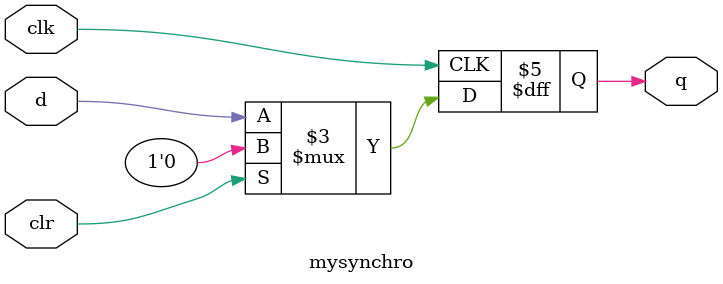
<source format=v>
module mysynchro(d,clk,clr,q);
	input d,clk,clr;
	output reg q;
	
	always @(posedge clk)
		begin
			if(clr)	q<=0;
			else 	q<=d;
		end
		
endmodule	

</source>
